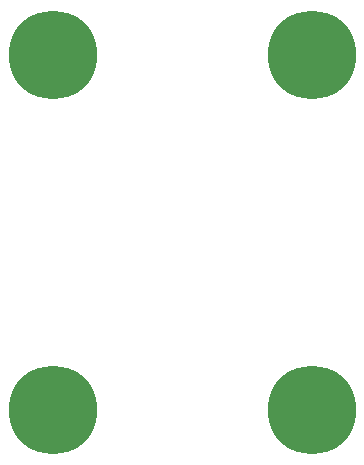
<source format=gbl>
G75*
%MOIN*%
%OFA0B0*%
%FSLAX25Y25*%
%IPPOS*%
%LPD*%
%AMOC8*
5,1,8,0,0,1.08239X$1,22.5*
%
%ADD10C,0.29528*%
D10*
X0057693Y0152575D03*
X0057693Y0270685D03*
X0143913Y0270685D03*
X0143913Y0152575D03*
M02*

</source>
